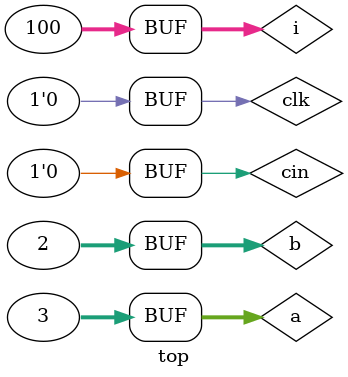
<source format=v>
`include "Adder.v"
module top;

reg [32:1] a,b;
reg cin;
wire [32:1] sum;
wire cout;
reg clk;
integer i;
initial
begin
    #0 clk = 0;
    for(i=0;i<100;i++)
        #5 clk = ~clk;    
end

CLA rd(clk,sum,cout,a,b,cin);

initial
begin
    #0 a=32'b0; b=32'b0; cin = 1'b0;
   #10 a=32'b11111000111000111000111000111000;
   #20 a=32'b11; b=32'b10 ;
end
initial
begin
    $monitor($time,"\ta = %d , b = %d , cin = %d , cout = %d , sum = %d",a,b,cin,cout,sum);
    $dumpfile("rd.vcd");
    $dumpvars;
end

endmodule
</source>
